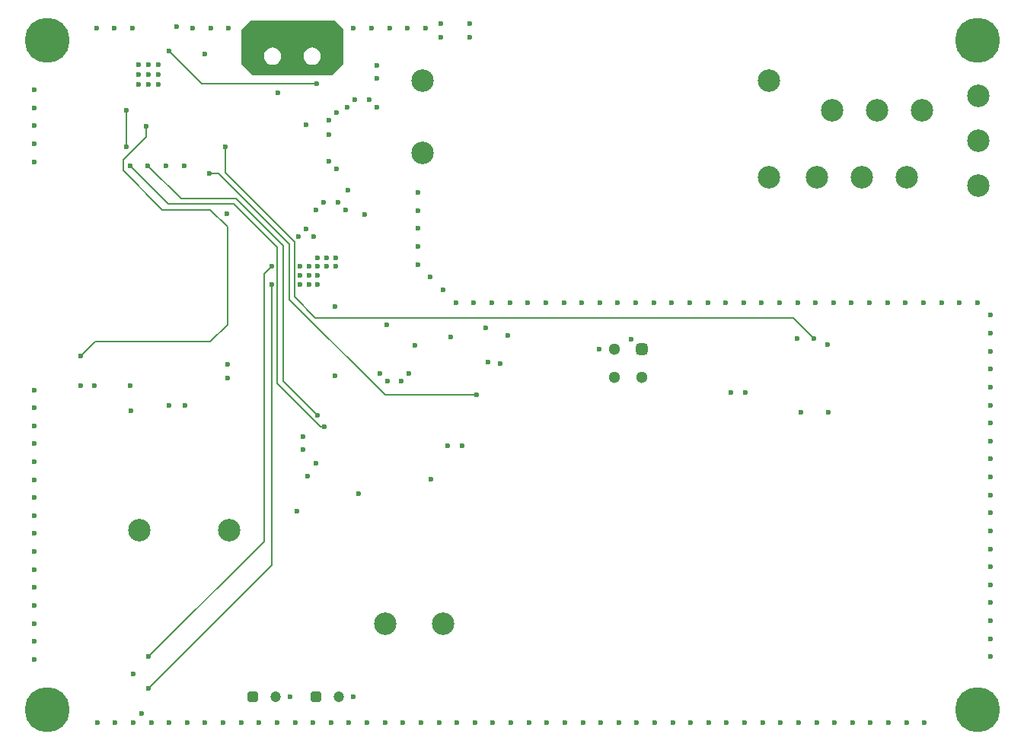
<source format=gbl>
G04*
G04 #@! TF.GenerationSoftware,Altium Limited,Altium Designer,20.0.13 (296)*
G04*
G04 Layer_Physical_Order=4*
G04 Layer_Color=16711680*
%FSAX44Y44*%
%MOMM*%
G71*
G01*
G75*
%ADD12C,0.2000*%
%ADD66C,1.2000*%
%ADD67C,1.3000*%
%ADD106C,2.5000*%
G04:AMPARAMS|DCode=107|XSize=1.2mm|YSize=1.2mm|CornerRadius=0.3mm|HoleSize=0mm|Usage=FLASHONLY|Rotation=0.000|XOffset=0mm|YOffset=0mm|HoleType=Round|Shape=RoundedRectangle|*
%AMROUNDEDRECTD107*
21,1,1.2000,0.6000,0,0,0.0*
21,1,0.6000,1.2000,0,0,0.0*
1,1,0.6000,0.3000,-0.3000*
1,1,0.6000,-0.3000,-0.3000*
1,1,0.6000,-0.3000,0.3000*
1,1,0.6000,0.3000,0.3000*
%
%ADD107ROUNDEDRECTD107*%
%ADD108C,5.0000*%
G04:AMPARAMS|DCode=109|XSize=1.3mm|YSize=1.3mm|CornerRadius=0.325mm|HoleSize=0mm|Usage=FLASHONLY|Rotation=90.000|XOffset=0mm|YOffset=0mm|HoleType=Round|Shape=RoundedRectangle|*
%AMROUNDEDRECTD109*
21,1,1.3000,0.6500,0,0,90.0*
21,1,0.6500,1.3000,0,0,90.0*
1,1,0.6500,0.3250,0.3250*
1,1,0.6500,0.3250,-0.3250*
1,1,0.6500,-0.3250,-0.3250*
1,1,0.6500,-0.3250,0.3250*
%
%ADD109ROUNDEDRECTD109*%
%ADD110C,0.6000*%
G36*
X00365000Y00792000D02*
Y00754000D01*
X00352000Y00741000D01*
X00264000D01*
X00251000Y00754000D01*
Y00792000D01*
X00261000Y00802000D01*
X00355000D01*
X00365000Y00792000D01*
D02*
G37*
%LPC*%
G36*
X00330000Y00772100D02*
X00327515Y00771773D01*
X00325200Y00770814D01*
X00323212Y00769288D01*
X00321686Y00767300D01*
X00320727Y00764985D01*
X00320400Y00762500D01*
X00320727Y00760015D01*
X00321686Y00757700D01*
X00323212Y00755712D01*
X00325200Y00754186D01*
X00327515Y00753227D01*
X00330000Y00752900D01*
X00332485Y00753227D01*
X00334800Y00754186D01*
X00336788Y00755712D01*
X00338314Y00757700D01*
X00339273Y00760015D01*
X00339600Y00762500D01*
X00339273Y00764985D01*
X00338314Y00767300D01*
X00336788Y00769288D01*
X00334800Y00770814D01*
X00332485Y00771773D01*
X00330000Y00772100D01*
D02*
G37*
G36*
X00286000D02*
X00283515Y00771773D01*
X00281200Y00770814D01*
X00279212Y00769288D01*
X00277686Y00767300D01*
X00276727Y00764985D01*
X00276400Y00762500D01*
X00276727Y00760015D01*
X00277686Y00757700D01*
X00279212Y00755712D01*
X00281200Y00754186D01*
X00283515Y00753227D01*
X00286000Y00752900D01*
X00288485Y00753227D01*
X00290800Y00754186D01*
X00292788Y00755712D01*
X00294314Y00757700D01*
X00295273Y00760015D01*
X00295600Y00762500D01*
X00295273Y00764985D01*
X00294314Y00767300D01*
X00292788Y00769288D01*
X00290800Y00770814D01*
X00288485Y00771773D01*
X00286000Y00772100D01*
D02*
G37*
%LPD*%
D12*
X00120000Y00635000D02*
X00163500Y00591500D01*
X00120000Y00647000D02*
X00145500Y00672500D01*
X00120000Y00635000D02*
Y00647000D01*
X00163500Y00591500D02*
X00216500D01*
X00169750Y00598240D02*
X00242760D01*
X00127500Y00640490D02*
Y00640490D01*
Y00640490D02*
X00169750Y00598240D01*
X00183990Y00604000D02*
X00245750D01*
X00147500Y00640490D02*
Y00640490D01*
Y00640490D02*
X00183990Y00604000D01*
X00865000Y00471250D02*
X00888250Y00448000D01*
X00310250Y00494500D02*
X00333500Y00471250D01*
X00865000D01*
X00072500Y00428490D02*
X00088510Y00444500D01*
X00216500D01*
X00235750Y00463750D01*
Y00572250D01*
X00216500Y00591500D02*
X00235750Y00572250D01*
X00145500Y00672500D02*
Y00684440D01*
X00305000Y00491500D02*
Y00553000D01*
Y00491500D02*
X00411000Y00385500D01*
X00513000D01*
X00310250Y00494500D02*
Y00556000D01*
X00233500Y00632750D02*
X00310250Y00556000D01*
X00233500Y00632750D02*
Y00661750D01*
X00225760Y00632240D02*
X00305000Y00553000D01*
X00298000Y00400500D02*
Y00551750D01*
X00245750Y00604000D02*
X00298000Y00551750D01*
X00215750Y00632240D02*
X00225760D01*
X00339000Y00350000D02*
X00343750D01*
X00291000Y00398000D02*
Y00550000D01*
Y00398000D02*
X00339000Y00350000D01*
X00298000Y00400500D02*
X00335750Y00362750D01*
X00242760Y00598240D02*
X00291000Y00550000D01*
X00148250Y00059000D02*
X00284750Y00195500D01*
Y00508240D01*
X00276500Y00519990D02*
X00284750Y00528240D01*
X00276500Y00222250D02*
Y00519990D01*
X00148250Y00094000D02*
X00276500Y00222250D01*
X00123250Y00661740D02*
Y00702000D01*
X00207640Y00732000D02*
X00335000D01*
X00171250Y00768390D02*
X00207640Y00732000D01*
D66*
X00359700Y00049500D02*
D03*
X00289700Y00049500D02*
D03*
D67*
X00696750Y00405000D02*
D03*
X00665750D02*
D03*
Y00436000D02*
D03*
D106*
X00476000Y00131000D02*
D03*
X00411000D02*
D03*
X01071000Y00618000D02*
D03*
Y00668000D02*
D03*
Y00718000D02*
D03*
X00991500Y00627500D02*
D03*
X01008500Y00702500D02*
D03*
X00941500Y00627500D02*
D03*
X00958500Y00702500D02*
D03*
X00908500D02*
D03*
X00891500Y00627500D02*
D03*
X00138000Y00234750D02*
D03*
X00238000D02*
D03*
X00453000Y00655000D02*
D03*
Y00735000D02*
D03*
X00838000D02*
D03*
Y00627500D02*
D03*
D107*
X00334300Y00049500D02*
D03*
X00264300Y00049500D02*
D03*
D108*
X00035000Y00780000D02*
D03*
Y00035000D02*
D03*
X01070000Y00780000D02*
D03*
Y00035000D02*
D03*
D109*
X00696750Y00436000D02*
D03*
D110*
X00539000Y00420000D02*
D03*
X00402250Y00752000D02*
D03*
X00505250Y00798750D02*
D03*
X00472750D02*
D03*
X00355000Y00406500D02*
D03*
X00444500Y00440750D02*
D03*
X00325000Y00294750D02*
D03*
X00355250Y00484000D02*
D03*
X00137000Y00752640D02*
D03*
X00148000D02*
D03*
X00159000D02*
D03*
X00137000Y00741640D02*
D03*
X00148000D02*
D03*
X00159000D02*
D03*
X00137000Y00730640D02*
D03*
X00148000D02*
D03*
X00159000D02*
D03*
X00236000Y00419740D02*
D03*
Y00403740D02*
D03*
X00811750Y00388250D02*
D03*
X00795750D02*
D03*
X00497000Y00328750D02*
D03*
X00481000D02*
D03*
X00547500Y00451250D02*
D03*
X00523000Y00459750D02*
D03*
X00484500Y00450000D02*
D03*
X00413250Y00463750D02*
D03*
X00437150Y00409250D02*
D03*
X00428650Y00400750D02*
D03*
X00413850D02*
D03*
X00405350Y00409250D02*
D03*
X00210250Y00764890D02*
D03*
X00314500Y00562000D02*
D03*
X00323000Y00570500D02*
D03*
X00331500Y00562000D02*
D03*
X00367000Y00591000D02*
D03*
X00334000D02*
D03*
X00358500Y00599500D02*
D03*
X00342500D02*
D03*
X00357000Y00636750D02*
D03*
X00348500Y00645250D02*
D03*
Y00675250D02*
D03*
Y00691250D02*
D03*
X00357000Y00699750D02*
D03*
X00402000Y00705750D02*
D03*
X00393500Y00714250D02*
D03*
X00377500D02*
D03*
X00369000Y00705750D02*
D03*
X00869250Y00448000D02*
D03*
X00888250D02*
D03*
X00873750Y00366250D02*
D03*
X00903750D02*
D03*
X00903250Y00441250D02*
D03*
X00072500Y00428490D02*
D03*
X00145500Y00684440D02*
D03*
X00233500Y00661750D02*
D03*
X00234834Y00587166D02*
D03*
X00335750Y00362750D02*
D03*
X00127500Y00640490D02*
D03*
X00343750Y00350000D02*
D03*
X00513000Y00385500D02*
D03*
X00215750Y00632240D02*
D03*
X00381300Y00275750D02*
D03*
X00462300Y00291500D02*
D03*
X00128500Y00368000D02*
D03*
X00292000Y00721750D02*
D03*
X00685083Y00447667D02*
D03*
X00649250Y00436000D02*
D03*
X00526000Y00422000D02*
D03*
X00171000Y00373750D02*
D03*
X00188750D02*
D03*
X00148250Y00059000D02*
D03*
Y00094000D02*
D03*
X00284750Y00528240D02*
D03*
Y00508240D02*
D03*
X00313250Y00256000D02*
D03*
X00334500Y00309150D02*
D03*
X00131000Y00075000D02*
D03*
X00140000Y00031000D02*
D03*
X00375750Y00049500D02*
D03*
X00305750Y00049500D02*
D03*
X00447430Y00610569D02*
D03*
Y00590568D02*
D03*
Y00570568D02*
D03*
Y00550568D02*
D03*
Y00530568D02*
D03*
X00461572Y00516426D02*
D03*
X00475715Y00502284D02*
D03*
X00489857Y00488142D02*
D03*
X00569857D02*
D03*
X00509857D02*
D03*
X00529857D02*
D03*
X00549857D02*
D03*
X00629857D02*
D03*
X00609857D02*
D03*
X00589857D02*
D03*
X00689857D02*
D03*
X00669857D02*
D03*
X00649857D02*
D03*
X00749857D02*
D03*
X00729857D02*
D03*
X00709857D02*
D03*
X00809857D02*
D03*
X00789857D02*
D03*
X00769857D02*
D03*
X00869857D02*
D03*
X00849857D02*
D03*
X00829857D02*
D03*
X00929858D02*
D03*
X00909858D02*
D03*
X00889858D02*
D03*
X00989858D02*
D03*
X00969858D02*
D03*
X00949858D02*
D03*
X01009858D02*
D03*
X01029858D02*
D03*
X01049858D02*
D03*
X01069858D02*
D03*
X00456000Y00794000D02*
D03*
X00436000D02*
D03*
X00376000D02*
D03*
X00396000D02*
D03*
X00416000D02*
D03*
X00197000D02*
D03*
X00217000D02*
D03*
X00237000D02*
D03*
X00130000D02*
D03*
X00110000D02*
D03*
X00090000D02*
D03*
X01084000Y00474000D02*
D03*
Y00454000D02*
D03*
Y00434000D02*
D03*
Y00414000D02*
D03*
Y00394000D02*
D03*
Y00374000D02*
D03*
Y00354000D02*
D03*
Y00334000D02*
D03*
Y00314000D02*
D03*
Y00294000D02*
D03*
Y00274000D02*
D03*
Y00254000D02*
D03*
Y00114000D02*
D03*
Y00134000D02*
D03*
Y00154000D02*
D03*
Y00174000D02*
D03*
Y00194000D02*
D03*
Y00214000D02*
D03*
Y00234000D02*
D03*
Y00094000D02*
D03*
X01011000Y00021000D02*
D03*
X00711000D02*
D03*
X00731000D02*
D03*
X00751000D02*
D03*
X00771000D02*
D03*
X00791000D02*
D03*
X00811000D02*
D03*
X00831000D02*
D03*
X00851000D02*
D03*
X00871000D02*
D03*
X00891000D02*
D03*
X00911000D02*
D03*
X00931000D02*
D03*
X00951000D02*
D03*
X00971000D02*
D03*
X00991000D02*
D03*
X00411000D02*
D03*
X00431000D02*
D03*
X00451000D02*
D03*
X00471000D02*
D03*
X00491000D02*
D03*
X00511000D02*
D03*
X00531000D02*
D03*
X00551000D02*
D03*
X00571000D02*
D03*
X00591000D02*
D03*
X00611000D02*
D03*
X00631000D02*
D03*
X00651000D02*
D03*
X00671000D02*
D03*
X00691000D02*
D03*
X00091000D02*
D03*
X00111000D02*
D03*
X00131000D02*
D03*
X00151000D02*
D03*
X00171000D02*
D03*
X00191000D02*
D03*
X00211000D02*
D03*
X00231000D02*
D03*
X00251000D02*
D03*
X00271000D02*
D03*
X00291000D02*
D03*
X00311000D02*
D03*
X00331000D02*
D03*
X00351000D02*
D03*
X00371000D02*
D03*
X00391000D02*
D03*
X00021000Y00091000D02*
D03*
Y00111000D02*
D03*
Y00131000D02*
D03*
Y00151000D02*
D03*
Y00171000D02*
D03*
Y00191000D02*
D03*
Y00211000D02*
D03*
Y00231000D02*
D03*
Y00251000D02*
D03*
Y00271000D02*
D03*
Y00291000D02*
D03*
Y00311000D02*
D03*
Y00331000D02*
D03*
Y00351000D02*
D03*
Y00371000D02*
D03*
Y00391000D02*
D03*
Y00725000D02*
D03*
Y00705000D02*
D03*
Y00685000D02*
D03*
Y00665000D02*
D03*
Y00645000D02*
D03*
X00356250Y00528250D02*
D03*
Y00538250D02*
D03*
X00346250D02*
D03*
X00336250D02*
D03*
X00346250Y00528250D02*
D03*
X00336250Y00508250D02*
D03*
Y00518250D02*
D03*
Y00528250D02*
D03*
X00326250D02*
D03*
X00316250D02*
D03*
X00326250Y00508250D02*
D03*
Y00518250D02*
D03*
X00316250D02*
D03*
X00388500Y00586500D02*
D03*
X00316250Y00508250D02*
D03*
X00319500Y00324250D02*
D03*
Y00338750D02*
D03*
X00123250Y00702000D02*
D03*
Y00661740D02*
D03*
X00336000Y00792500D02*
D03*
X00280000D02*
D03*
X00352500Y00754000D02*
D03*
X00263500Y00754000D02*
D03*
X00335000Y00732000D02*
D03*
X00171250Y00768390D02*
D03*
X00472750Y00783750D02*
D03*
X00505250D02*
D03*
X00401750Y00737500D02*
D03*
X00072500Y00395990D02*
D03*
X00179500Y00795390D02*
D03*
X00323500Y00685750D02*
D03*
X00369750Y00613250D02*
D03*
X00127500Y00395990D02*
D03*
X00087500D02*
D03*
X00167500Y00640490D02*
D03*
X00187500D02*
D03*
X00147500Y00640490D02*
D03*
M02*

</source>
